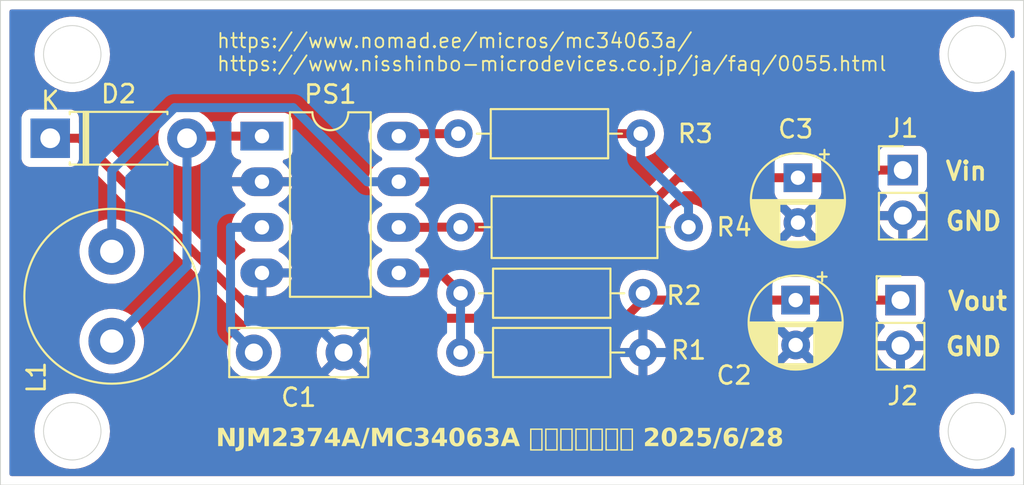
<source format=kicad_pcb>
(kicad_pcb (version 20240108) (generator "pcbnew") (generator_version "8.0")
  (layers (0 "F.Cu" signal) (31 "B.Cu" signal) (34 "B.Paste" user) (35 "F.Paste" user) (36 "B.SilkS" user "B.Silkscreen") (37 "F.SilkS" user "F.Silkscreen") (38 "B.Mask" user) (39 "F.Mask" user) (44 "Edge.Cuts" user))
  (net 0 "")
  (net 1 "Net-(PS1-CT)")
  (net 2 "GND")
  (net 3 "Vout")
  (net 4 "Vin")
  (net 5 "Net-(D2-A)")
  (net 6 "Net-(PS1-SI)")
  (net 7 "Net-(PS1-IN+)")
  (net 8 "Net-(PS1-CD)")
  (footprint "Inductor_THT:L_Radial_D9.5mm_P5.00mm_Fastron_07HVP" (layer "F.Cu") (at 92.202 93.98 90)
    (property "Reference" "L1" (at -2.02 -4.202 90) (layer "F.SilkS"))
    (property "Value" "98uH")
    (fp_circle (center 2.5 0) (end 7.37 0) (stroke (width 0.12)) (fill none) (layer "F.SilkS"))
    (pad "1" thru_hole circle (at 0 0 90) (size 2.6 2.6) (drill 1.3) (layers "*.Cu" "*.Mask") (net 5 "Net-(D2-A)"))
    (pad "2" thru_hole circle (at 5 0 90) (size 2.6 2.6) (drill 1.3) (layers "*.Cu" "*.Mask") (net 6 "Net-(PS1-SI)"))
  )
  (footprint "Resistor_THT:R_Axial_DIN0207_L6.3mm_D2.5mm_P10.16mm_Horizontal" (layer "F.Cu") (at 111.506 82.423)
    (property "Reference" "R3" (at 13.208 0 0) (layer "F.SilkS"))
    (property "Value" "180")
    (fp_line (start 1.04 0) (end 1.81 0) (stroke (width 0.12)) (layer "F.SilkS"))
    (fp_line (start 1.81 -1.37) (end 1.81 1.37) (stroke (width 0.12)) (layer "F.SilkS"))
    (fp_line (start 1.81 1.37) (end 8.35 1.37) (stroke (width 0.12)) (layer "F.SilkS"))
    (fp_line (start 8.35 -1.37) (end 1.81 -1.37) (stroke (width 0.12)) (layer "F.SilkS"))
    (fp_line (start 8.35 1.37) (end 8.35 -1.37) (stroke (width 0.12)) (layer "F.SilkS"))
    (fp_line (start 9.12 0) (end 8.35 0) (stroke (width 0.12)) (layer "F.SilkS"))
    (pad "1" thru_hole circle (at 0 0) (size 1.6 1.6) (drill 0.8) (layers "*.Cu" "*.Mask") (net 8 "Net-(PS1-CD)"))
    (pad "2" thru_hole oval (at 10.16 0) (size 1.6 1.6) (drill 0.8) (layers "*.Cu" "*.Mask") (net 6 "Net-(PS1-SI)"))
  )
  (footprint "Diode_THT:D_DO-41_SOD81_P7.62mm_Horizontal" (layer "F.Cu") (at 88.773 82.677)
    (property "Reference" "D2" (at 3.81 -2.47 0) (layer "F.SilkS"))
    (property "Value" "D_Schottky")
    (fp_line (start 1.09 -1.47) (end 6.53 -1.47) (stroke (width 0.12)) (layer "F.SilkS"))
    (fp_line (start 1.09 -1.34) (end 1.09 -1.47) (stroke (width 0.12)) (layer "F.SilkS"))
    (fp_line (start 1.09 1.34) (end 1.09 1.47) (stroke (width 0.12)) (layer "F.SilkS"))
    (fp_line (start 1.09 1.47) (end 6.53 1.47) (stroke (width 0.12)) (layer "F.SilkS"))
    (fp_line (start 1.87 -1.47) (end 1.87 1.47) (stroke (width 0.12)) (layer "F.SilkS"))
    (fp_line (start 1.99 -1.47) (end 1.99 1.47) (stroke (width 0.12)) (layer "F.SilkS"))
    (fp_line (start 2.11 -1.47) (end 2.11 1.47) (stroke (width 0.12)) (layer "F.SilkS"))
    (fp_line (start 6.53 -1.47) (end 6.53 -1.34) (stroke (width 0.12)) (layer "F.SilkS"))
    (fp_line (start 6.53 1.47) (end 6.53 1.34) (stroke (width 0.12)) (layer "F.SilkS"))
    (fp_text user "K" (at 0 -2.1 0) (layer "F.SilkS"))
    (pad "1" thru_hole rect (at 0 0) (size 2.2 2.2) (drill 1.1) (layers "*.Cu" "*.Mask") (net 3 "Vout"))
    (pad "2" thru_hole oval (at 7.62 0) (size 2.2 2.2) (drill 1.1) (layers "*.Cu" "*.Mask") (net 5 "Net-(D2-A)"))
  )
  (footprint "Capacitor_THT:CP_Radial_D5.0mm_P2.50mm" (layer "F.Cu") (at 130.429 84.876 -90)
    (property "Reference" "C3" (at -2.707 0.127 180) (layer "F.SilkS"))
    (property "Value" "100uF/25V")
    (fp_line (start 1.49 1.04) (end 1.49 2.569) (stroke (width 0.12)) (layer "F.SilkS"))
    (fp_line (start 1.53 1.04) (end 1.53 2.565) (stroke (width 0.12)) (layer "F.SilkS"))
    (fp_line (start 1.57 1.04) (end 1.57 2.561) (stroke (width 0.12)) (layer "F.SilkS"))
    (fp_line (start 1.61 1.04) (end 1.61 2.556) (stroke (width 0.12)) (layer "F.SilkS"))
    (fp_line (start 1.65 1.04) (end 1.65 2.55) (stroke (width 0.12)) (layer "F.SilkS"))
    (fp_line (start 1.69 1.04) (end 1.69 2.543) (stroke (width 0.12)) (layer "F.SilkS"))
    (fp_line (start 1.73 1.04) (end 1.73 2.536) (stroke (width 0.12)) (layer "F.SilkS"))
    (fp_line (start 1.77 1.04) (end 1.77 2.528) (stroke (width 0.12)) (layer "F.SilkS"))
    (fp_line (start 1.81 1.04) (end 1.81 2.52) (stroke (width 0.12)) (layer "F.SilkS"))
    (fp_line (start 1.85 1.04) (end 1.85 2.511) (stroke (width 0.12)) (layer "F.SilkS"))
    (fp_line (start 1.89 1.04) (end 1.89 2.501) (stroke (width 0.12)) (layer "F.SilkS"))
    (fp_line (start 1.93 1.04) (end 1.93 2.491) (stroke (width 0.12)) (layer "F.SilkS"))
    (fp_line (start 1.971 1.04) (end 1.971 2.48) (stroke (width 0.12)) (layer "F.SilkS"))
    (fp_line (start 2.011 1.04) (end 2.011 2.468) (stroke (width 0.12)) (layer "F.SilkS"))
    (fp_line (start 2.051 1.04) (end 2.051 2.455) (stroke (width 0.12)) (layer "F.SilkS"))
    (fp_line (start 2.091 1.04) (end 2.091 2.442) (stroke (width 0.12)) (layer "F.SilkS"))
    (fp_line (start 2.131 1.04) (end 2.131 2.428) (stroke (width 0.12)) (layer "F.SilkS"))
    (fp_line (start 2.171 1.04) (end 2.171 2.414) (stroke (width 0.12)) (layer "F.SilkS"))
    (fp_line (start 2.211 1.04) (end 2.211 2.398) (stroke (width 0.12)) (layer "F.SilkS"))
    (fp_line (start 2.251 1.04) (end 2.251 2.382) (stroke (width 0.12)) (layer "F.SilkS"))
    (fp_line (start 2.291 1.04) (end 2.291 2.365) (stroke (width 0.12)) (layer "F.SilkS"))
    (fp_line (start 2.331 1.04) (end 2.331 2.348) (stroke (width 0.12)) (layer "F.SilkS"))
    (fp_line (start 2.371 1.04) (end 2.371 2.329) (stroke (width 0.12)) (layer "F.SilkS"))
    (fp_line (start 2.411 1.04) (end 2.411 2.31) (stroke (width 0.12)) (layer "F.SilkS"))
    (fp_line (start 2.451 1.04) (end 2.451 2.29) (stroke (width 0.12)) (layer "F.SilkS"))
    (fp_line (start 2.491 1.04) (end 2.491 2.268) (stroke (width 0.12)) (layer "F.SilkS"))
    (fp_line (start 2.531 1.04) (end 2.531 2.247) (stroke (width 0.12)) (layer "F.SilkS"))
    (fp_line (start 2.571 1.04) (end 2.571 2.224) (stroke (width 0.12)) (layer "F.SilkS"))
    (fp_line (start 2.611 1.04) (end 2.611 2.2) (stroke (width 0.12)) (layer "F.SilkS"))
    (fp_line (start 2.651 1.04) (end 2.651 2.175) (stroke (width 0.12)) (layer "F.SilkS"))
    (fp_line (start 2.691 1.04) (end 2.691 2.149) (stroke (width 0.12)) (layer "F.SilkS"))
    (fp_line (start 2.731 1.04) (end 2.731 2.122) (stroke (width 0.12)) (layer "F.SilkS"))
    (fp_line (start 2.771 1.04) (end 2.771 2.095) (stroke (width 0.12)) (layer "F.SilkS"))
    (fp_line (start 2.811 1.04) (end 2.811 2.065) (stroke (width 0.12)) (layer "F.SilkS"))
    (fp_line (start 2.851 1.04) (end 2.851 2.035) (stroke (width 0.12)) (layer "F.SilkS"))
    (fp_line (start 2.891 1.04) (end 2.891 2.004) (stroke (width 0.12)) (layer "F.SilkS"))
    (fp_line (start 2.931 1.04) (end 2.931 1.971) (stroke (width 0.12)) (layer "F.SilkS"))
    (fp_line (start 2.971 1.04) (end 2.971 1.937) (stroke (width 0.12)) (layer "F.SilkS"))
    (fp_line (start 3.011 1.04) (end 3.011 1.901) (stroke (width 0.12)) (layer "F.SilkS"))
    (fp_line (start 3.051 1.04) (end 3.051 1.864) (stroke (width 0.12)) (layer "F.SilkS"))
    (fp_line (start 3.091 1.04) (end 3.091 1.826) (stroke (width 0.12)) (layer "F.SilkS"))
    (fp_line (start 3.131 1.04) (end 3.131 1.785) (stroke (width 0.12)) (layer "F.SilkS"))
    (fp_line (start 3.171 1.04) (end 3.171 1.743) (stroke (width 0.12)) (layer "F.SilkS"))
    (fp_line (start 3.211 1.04) (end 3.211 1.699) (stroke (width 0.12)) (layer "F.SilkS"))
    (fp_line (start 3.251 1.04) (end 3.251 1.653) (stroke (width 0.12)) (layer "F.SilkS"))
    (fp_line (start 3.291 1.04) (end 3.291 1.605) (stroke (width 0.12)) (layer "F.SilkS"))
    (fp_line (start 3.331 1.04) (end 3.331 1.554) (stroke (width 0.12)) (layer "F.SilkS"))
    (fp_line (start 3.371 1.04) (end 3.371 1.5) (stroke (width 0.12)) (layer "F.SilkS"))
    (fp_line (start 3.411 1.04) (end 3.411 1.443) (stroke (width 0.12)) (layer "F.SilkS"))
    (fp_line (start 3.451 1.04) (end 3.451 1.383) (stroke (width 0.12)) (layer "F.SilkS"))
    (fp_line (start 3.491 1.04) (end 3.491 1.319) (stroke (width 0.12)) (layer "F.SilkS"))
    (fp_line (start 3.531 1.04) (end 3.531 1.251) (stroke (width 0.12)) (layer "F.SilkS"))
    (fp_line (start 3.851 -0.284) (end 3.851 0.284) (stroke (width 0.12)) (layer "F.SilkS"))
    (fp_line (start 3.811 -0.518) (end 3.811 0.518) (stroke (width 0.12)) (layer "F.SilkS"))
    (fp_line (start 3.771 -0.677) (end 3.771 0.677) (stroke (width 0.12)) (layer "F.SilkS"))
    (fp_line (start 3.731 -0.805) (end 3.731 0.805) (stroke (width 0.12)) (layer "F.SilkS"))
    (fp_line (start 3.691 -0.915) (end 3.691 0.915) (stroke (width 0.12)) (layer "F.SilkS"))
    (fp_line (start 3.651 -1.011) (end 3.651 1.011) (stroke (width 0.12)) (layer "F.SilkS"))
    (fp_line (start 3.611 -1.098) (end 3.611 1.098) (stroke (width 0.12)) (layer "F.SilkS"))
    (fp_line (start 3.571 -1.178) (end 3.571 1.178) (stroke (width 0.12)) (layer "F.SilkS"))
    (fp_line (start 3.531 -1.251) (end 3.531 -1.04) (stroke (width 0.12)) (layer "F.SilkS"))
    (fp_line (start 3.491 -1.319) (end 3.491 -1.04) (stroke (width 0.12)) (layer "F.SilkS"))
    (fp_line (start 3.451 -1.383) (end 3.451 -1.04) (stroke (width 0.12)) (layer "F.SilkS"))
    (fp_line (start 3.411 -1.443) (end 3.411 -1.04) (stroke (width 0.12)) (layer "F.SilkS"))
    (fp_line (start -1.554775 -1.475) (end -1.054775 -1.475) (stroke (width 0.12)) (layer "F.SilkS"))
    (fp_line (start 3.371 -1.5) (end 3.371 -1.04) (stroke (width 0.12)) (layer "F.SilkS"))
    (fp_line (start 3.331 -1.554) (end 3.331 -1.04) (stroke (width 0.12)) (layer "F.SilkS"))
    (fp_line (start 3.291 -1.605) (end 3.291 -1.04) (stroke (width 0.12)) (layer "F.SilkS"))
    (fp_line (start 3.251 -1.653) (end 3.251 -1.04) (stroke (width 0.12)) (layer "F.SilkS"))
    (fp_line (start 3.211 -1.699) (end 3.211 -1.04) (stroke (width 0.12)) (layer "F.SilkS"))
    (fp_line (start -1.304775 -1.725) (end -1.304775 -1.225) (stroke (width 0.12)) (layer "F.SilkS"))
    (fp_line (start 3.171 -1.743) (end 3.171 -1.04) (stroke (width 0.12)) (layer "F.SilkS"))
    (fp_line (start 3.131 -1.785) (end 3.131 -1.04) (stroke (width 0.12)) (layer "F.SilkS"))
    (fp_line (start 3.091 -1.826) (end 3.091 -1.04) (stroke (width 0.12)) (layer "F.SilkS"))
    (fp_line (start 3.051 -1.864) (end 3.051 -1.04) (stroke (width 0.12)) (layer "F.SilkS"))
    (fp_line (start 3.011 -1.901) (end 3.011 -1.04) (stroke (width 0.12)) (layer "F.SilkS"))
    (fp_line (start 2.971 -1.937) (end 2.971 -1.04) (stroke (width 0.12)) (layer "F.SilkS"))
    (fp_line (start 2.931 -1.971) (end 2.931 -1.04) (stroke (width 0.12)) (layer "F.SilkS"))
    (fp_line (start 2.891 -2.004) (end 2.891 -1.04) (stroke (width 0.12)) (layer "F.SilkS"))
    (fp_line (start 2.851 -2.035) (end 2.851 -1.04) (stroke (width 0.12)) (layer "F.SilkS"))
    (fp_line (start 2.811 -2.065) (end 2.811 -1.04) (stroke (width 0.12)) (layer "F.SilkS"))
    (fp_line (start 2.771 -2.095) (end 2.771 -1.04) (stroke (width 0.12)) (layer "F.SilkS"))
    (fp_line (start 2.731 -2.122) (end 2.731 -1.04) (stroke (width 0.12)) (layer "F.SilkS"))
    (fp_line (start 2.691 -2.149) (end 2.691 -1.04) (stroke (width 0.12)) (layer "F.SilkS"))
    (fp_line (start 2.651 -2.175) (end 2.651 -1.04) (stroke (width 0.12)) (layer "F.SilkS"))
    (fp_line (start 2.611 -2.2) (end 2.611 -1.04) (stroke (width 0.12)) (layer "F.SilkS"))
    (fp_line (start 2.571 -2.224) (end 2.571 -1.04) (stroke (width 0.12)) (layer "F.SilkS"))
    (fp_line (start 2.531 -2.247) (end 2.531 -1.04) (stroke (width 0.12)) (layer "F.SilkS"))
    (fp_line (start 2.491 -2.268) (end 2.491 -1.04) (stroke (width 0.12)) (layer "F.SilkS"))
    (fp_line (start 2.451 -2.29) (end 2.451 -1.04) (stroke (width 0.12)) (layer "F.SilkS"))
    (fp_line (start 2.411 -2.31) (end 2.411 -1.04) (stroke (width 0.12)) (layer "F.SilkS"))
    (fp_line (start 2.371 -2.329) (end 2.371 -1.04) (stroke (width 0.12)) (layer "F.SilkS"))
    (fp_line (start 2.331 -2.348) (end 2.331 -1.04) (stroke (width 0.12)) (layer "F.SilkS"))
    (fp_line (start 2.291 -2.365) (end 2.291 -1.04) (stroke (width 0.12)) (layer "F.SilkS"))
    (fp_line (start 2.251 -2.382) (end 2.251 -1.04) (stroke (width 0.12)) (layer "F.SilkS"))
    (fp_line (start 2.211 -2.398) (end 2.211 -1.04) (stroke (width 0.12)) (layer "F.SilkS"))
    (fp_line (start 2.171 -2.414) (end 2.171 -1.04) (stroke (width 0.12)) (layer "F.SilkS"))
    (fp_line (start 2.131 -2.428) (end 2.131 -1.04) (stroke (width 0.12)) (layer "F.SilkS"))
    (fp_line (start 2.091 -2.442) (end 2.091 -1.04) (stroke (width 0.12)) (layer "F.SilkS"))
    (fp_line (start 2.051 -2.455) (end 2.051 -1.04) (stroke (width 0.12)) (layer "F.SilkS"))
    (fp_line (start 2.011 -2.468) (end 2.011 -1.04) (stroke (width 0.12)) (layer "F.SilkS"))
    (fp_line (start 1.971 -2.48) (end 1.971 -1.04) (stroke (width 0.12)) (layer "F.SilkS"))
    (fp_line (start 1.93 -2.491) (end 1.93 -1.04) (stroke (width 0.12)) (layer "F.SilkS"))
    (fp_line (start 1.89 -2.501) (end 1.89 -1.04) (stroke (width 0.12)) (layer "F.SilkS"))
    (fp_line (start 1.85 -2.511) (end 1.85 -1.04) (stroke (width 0.12)) (layer "F.SilkS"))
    (fp_line (start 1.81 -2.52) (end 1.81 -1.04) (stroke (width 0.12)) (layer "F.SilkS"))
    (fp_line (start 1.77 -2.528) (end 1.77 -1.04) (stroke (width 0.12)) (layer "F.SilkS"))
    (fp_line (start 1.73 -2.536) (end 1.73 -1.04) (stroke (width 0.12)) (layer "F.SilkS"))
    (fp_line (start 1.69 -2.543) (end 1.69 -1.04) (stroke (width 0.12)) (layer "F.SilkS"))
    (fp_line (start 1.65 -2.55) (end 1.65 -1.04) (stroke (width 0.12)) (layer "F.SilkS"))
    (fp_line (start 1.61 -2.556) (end 1.61 -1.04) (stroke (width 0.12)) (layer "F.SilkS"))
    (fp_line (start 1.57 -2.561) (end 1.57 -1.04) (stroke (width 0.12)) (layer "F.SilkS"))
    (fp_line (start 1.53 -2.565) (end 1.53 -1.04) (stroke (width 0.12)) (layer "F.SilkS"))
    (fp_line (start 1.49 -2.569) (end 1.49 -1.04) (stroke (width 0.12)) (layer "F.SilkS"))
    (fp_line (start 1.45 -2.573) (end 1.45 2.573) (stroke (width 0.12)) (layer "F.SilkS"))
    (fp_line (start 1.41 -2.576) (end 1.41 2.576) (stroke (width 0.12)) (layer "F.SilkS"))
    (fp_line (start 1.37 -2.578) (end 1.37 2.578) (stroke (width 0.12)) (layer "F.SilkS"))
    (fp_line (start 1.33 -2.579) (end 1.33 2.579) (stroke (width 0.12)) (layer "F.SilkS"))
    (fp_line (start 1.25 -2.58) (end 1.25 2.58) (stroke (width 0.12)) (layer "F.SilkS"))
    (fp_line (start 1.29 -2.58) (end 1.29 2.58) (stroke (width 0.12)) (layer "F.SilkS"))
    (fp_circle (center 1.25 0) (end 3.87 0) (stroke (width 0.12)) (fill none) (layer "F.SilkS"))
    (pad "1" thru_hole rect (at 0 0 270) (size 1.6 1.6) (drill 0.8) (layers "*.Cu" "*.Mask") (net 4 "Vin"))
    (pad "2" thru_hole circle (at 2.5 0 270) (size 1.6 1.6) (drill 0.8) (layers "*.Cu" "*.Mask") (net 2 "GND"))
  )
  (footprint "Capacitor_THT:CP_Radial_D5.0mm_P2.50mm" (layer "F.Cu") (at 130.302 91.694 -90)
    (property "Reference" "C2" (at 4.191 3.429 180) (layer "F.SilkS"))
    (property "Value" "Co_1000uF/25V")
    (fp_line (start 1.49 1.04) (end 1.49 2.569) (stroke (width 0.12)) (layer "F.SilkS"))
    (fp_line (start 1.53 1.04) (end 1.53 2.565) (stroke (width 0.12)) (layer "F.SilkS"))
    (fp_line (start 1.57 1.04) (end 1.57 2.561) (stroke (width 0.12)) (layer "F.SilkS"))
    (fp_line (start 1.61 1.04) (end 1.61 2.556) (stroke (width 0.12)) (layer "F.SilkS"))
    (fp_line (start 1.65 1.04) (end 1.65 2.55) (stroke (width 0.12)) (layer "F.SilkS"))
    (fp_line (start 1.69 1.04) (end 1.69 2.543) (stroke (width 0.12)) (layer "F.SilkS"))
    (fp_line (start 1.73 1.04) (end 1.73 2.536) (stroke (width 0.12)) (layer "F.SilkS"))
    (fp_line (start 1.77 1.04) (end 1.77 2.528) (stroke (width 0.12)) (layer "F.SilkS"))
    (fp_line (start 1.81 1.04) (end 1.81 2.52) (stroke (width 0.12)) (layer "F.SilkS"))
    (fp_line (start 1.85 1.04) (end 1.85 2.511) (stroke (width 0.12)) (layer "F.SilkS"))
    (fp_line (start 1.89 1.04) (end 1.89 2.501) (stroke (width 0.12)) (layer "F.SilkS"))
    (fp_line (start 1.93 1.04) (end 1.93 2.491) (stroke (width 0.12)) (layer "F.SilkS"))
    (fp_line (start 1.971 1.04) (end 1.971 2.48) (stroke (width 0.12)) (layer "F.SilkS"))
    (fp_line (start 2.011 1.04) (end 2.011 2.468) (stroke (width 0.12)) (layer "F.SilkS"))
    (fp_line (start 2.051 1.04) (end 2.051 2.455) (stroke (width 0.12)) (layer "F.SilkS"))
    (fp_line (start 2.091 1.04) (end 2.091 2.442) (stroke (width 0.12)) (layer "F.SilkS"))
    (fp_line (start 2.131 1.04) (end 2.131 2.428) (stroke (width 0.12)) (layer "F.SilkS"))
    (fp_line (start 2.171 1.04) (end 2.171 2.414) (stroke (width 0.12)) (layer "F.SilkS"))
    (fp_line (start 2.211 1.04) (end 2.211 2.398) (stroke (width 0.12)) (layer "F.SilkS"))
    (fp_line (start 2.251 1.04) (end 2.251 2.382) (stroke (width 0.12)) (layer "F.SilkS"))
    (fp_line (start 2.291 1.04) (end 2.291 2.365) (stroke (width 0.12)) (layer "F.SilkS"))
    (fp_line (start 2.331 1.04) (end 2.331 2.348) (stroke (width 0.12)) (layer "F.SilkS"))
    (fp_line (start 2.371 1.04) (end 2.371 2.329) (stroke (width 0.12)) (layer "F.SilkS"))
    (fp_line (start 2.411 1.04) (end 2.411 2.31) (stroke (width 0.12)) (layer "F.SilkS"))
    (fp_line (start 2.451 1.04) (end 2.451 2.29) (stroke (width 0.12)) (layer "F.SilkS"))
    (fp_line (start 2.491 1.04) (end 2.491 2.268) (stroke (width 0.12)) (layer "F.SilkS"))
    (fp_line (start 2.531 1.04) (end 2.531 2.247) (stroke (width 0.12)) (layer "F.SilkS"))
    (fp_line (start 2.571 1.04) (end 2.571 2.224) (stroke (width 0.12)) (layer "F.SilkS"))
    (fp_line (start 2.611 1.04) (end 2.611 2.2) (stroke (width 0.12)) (layer "F.SilkS"))
    (fp_line (start 2.651 1.04) (end 2.651 2.175) (stroke (width 0.12)) (layer "F.SilkS"))
    (fp_line (start 2.691 1.04) (end 2.691 2.149) (stroke (width 0.12)) (layer "F.SilkS"))
    (fp_line (start 2.731 1.04) (end 2.731 2.122) (stroke (width 0.12)) (layer "F.SilkS"))
    (fp_line (start 2.771 1.04) (end 2.771 2.095) (stroke (width 0.12)) (layer "F.SilkS"))
    (fp_line (start 2.811 1.04) (end 2.811 2.065) (stroke (width 0.12)) (layer "F.SilkS"))
    (fp_line (start 2.851 1.04) (end 2.851 2.035) (stroke (width 0.12)) (layer "F.SilkS"))
    (fp_line (start 2.891 1.04) (end 2.891 2.004) (stroke (width 0.12)) (layer "F.SilkS"))
    (fp_line (start 2.931 1.04) (end 2.931 1.971) (stroke (width 0.12)) (layer "F.SilkS"))
    (fp_line (start 2.971 1.04) (end 2.971 1.937) (stroke (width 0.12)) (layer "F.SilkS"))
    (fp_line (start 3.011 1.04) (end 3.011 1.901) (stroke (width 0.12)) (layer "F.SilkS"))
    (fp_line (start 3.051 1.04) (end 3.051 1.864) (stroke (width 0.12)) (layer "F.SilkS"))
    (fp_line (start 3.091 1.04) (end 3.091 1.826) (stroke (width 0.12)) (layer "F.SilkS"))
    (fp_line (start 3.131 1.04) (end 3.131 1.785) (stroke (width 0.12)) (layer "F.SilkS"))
    (fp_line (start 3.171 1.04) (end 3.171 1.743) (stroke (width 0.12)) (layer "F.SilkS"))
    (fp_line (start 3.211 1.04) (end 3.211 1.699) (stroke (width 0.12)) (layer "F.SilkS"))
    (fp_line (start 3.251 1.04) (end 3.251 1.653) (stroke (width 0.12)) (layer "F.SilkS"))
    (fp_line (start 3.291 1.04) (end 3.291 1.605) (stroke (width 0.12)) (layer "F.SilkS"))
    (fp_line (start 3.331 1.04) (end 3.331 1.554) (stroke (width 0.12)) (layer "F.SilkS"))
    (fp_line (start 3.371 1.04) (end 3.371 1.5) (stroke (width 0.12)) (layer "F.SilkS"))
    (fp_line (start 3.411 1.04) (end 3.411 1.443) (stroke (width 0.12)) (layer "F.SilkS"))
    (fp_line (start 3.451 1.04) (end 3.451 1.383) (stroke (width 0.12)) (layer "F.SilkS"))
    (fp_line (start 3.491 1.04) (end 3.491 1.319) (stroke (width 0.12)) (layer "F.SilkS"))
    (fp_line (start 3.531 1.04) (end 3.531 1.251) (stroke (width 0.12)) (layer "F.SilkS"))
    (fp_line (start 3.851 -0.284) (end 3.851 0.284) (stroke (width 0.12)) (layer "F.SilkS"))
    (fp_line (start 3.811 -0.518) (end 3.811 0.518) (stroke (width 0.12)) (layer "F.SilkS"))
    (fp_line (start 3.771 -0.677) (end 3.771 0.677) (stroke (width 0.12)) (layer "F.SilkS"))
    (fp_line (start 3.731 -0.805) (end 3.731 0.805) (stroke (width 0.12)) (layer "F.SilkS"))
    (fp_line (start 3.691 -0.915) (end 3.691 0.915) (stroke (width 0.12)) (layer "F.SilkS"))
    (fp_line (start 3.651 -1.011) (end 3.651 1.011) (stroke (width 0.12)) (layer "F.SilkS"))
    (fp_line (start 3.611 -1.098) (end 3.611 1.098) (stroke (width 0.12)) (layer "F.SilkS"))
    (fp_line (start 3.571 -1.178) (end 3.571 1.178) (stroke (width 0.12)) (layer "F.SilkS"))
    (fp_line (start 3.531 -1.251) (end 3.531 -1.04) (stroke (width 0.12)) (layer "F.SilkS"))
    (fp_line (start 3.491 -1.319) (end 3.491 -1.04) (stroke (width 0.12)) (layer "F.SilkS"))
    (fp_line (start 3.451 -1.383) (end 3.451 -1.04) (stroke (width 0.12)) (layer "F.SilkS"))
    (fp_line (start 3.411 -1.443) (end 3.411 -1.04) (stroke (width 0.12)) (layer "F.SilkS"))
    (fp_line (start -1.554775 -1.475) (end -1.054775 -1.475) (stroke (width 0.12)) (layer "F.SilkS"))
    (fp_line (start 3.371 -1.5) (end 3.371 -1.04) (stroke (width 0.12)) (layer "F.SilkS"))
    (fp_line (start 3.331 -1.554) (end 3.331 -1.04) (stroke (width 0.12)) (layer "F.SilkS"))
    (fp_line (start 3.291 -1.605) (end 3.291 -1.04) (stroke (width 0.12)) (layer "F.SilkS"))
    (fp_line (start 3.251 -1.653) (end 3.251 -1.04) (stroke (width 0.12)) (layer "F.SilkS"))
    (fp_line (start 3.211 -1.699) (end 3.211 -1.04) (stroke (width 0.12)) (layer "F.SilkS"))
    (fp_line (start -1.304775 -1.725) (end -1.304775 -1.225) (stroke (width 0.12)) (layer "F.SilkS"))
    (fp_line (start 3.171 -1.743) (end 3.171 -1.04) (stroke (width 0.12)) (layer "F.SilkS"))
    (fp_line (start 3.131 -1.785) (end 3.131 -1.04) (stroke (width 0.12)) (layer "F.SilkS"))
    (fp_line (start 3.091 -1.826) (end 3.091 -1.04) (stroke (width 0.12)) (layer "F.SilkS"))
    (fp_line (start 3.051 -1.864) (end 3.051 -1.04) (stroke (width 0.12)) (layer "F.SilkS"))
    (fp_line (start 3.011 -1.901) (end 3.011 -1.04) (stroke (width 0.12)) (layer "F.SilkS"))
    (fp_line (start 2.971 -1.937) (end 2.971 -1.04) (stroke (width 0.12)) (layer "F.SilkS"))
    (fp_line (start 2.931 -1.971) (end 2.931 -1.04) (stroke (width 0.12)) (layer "F.SilkS"))
    (fp_line (start 2.891 -2.004) (end 2.891 -1.04) (stroke (width 0.12)) (layer "F.SilkS"))
    (fp_line (start 2.851 -2.035) (end 2.851 -1.04) (stroke (width 0.12)) (layer "F.SilkS"))
    (fp_line (start 2.811 -2.065) (end 2.811 -1.04) (stroke (width 0.12)) (layer "F.SilkS"))
    (fp_line (start 2.771 -2.095) (end 2.771 -1.04) (stroke (width 0.12)) (layer "F.SilkS"))
    (fp_line (start 2.731 -2.122) (end 2.731 -1.04) (stroke (width 0.12)) (layer "F.SilkS"))
    (fp_line (start 2.691 -2.149) (end 2.691 -1.04) (stroke (width 0.12)) (layer "F.SilkS"))
    (fp_line (start 2.651 -2.175) (end 2.651 -1.04) (stroke (width 0.12)) (layer "F.SilkS"))
    (fp_line (start 2.611 -2.2) (end 2.611 -1.04) (stroke (width 0.12)) (layer "F.SilkS"))
    (fp_line (start 2.571 -2.224) (end 2.571 -1.04) (stroke (width 0.12)) (layer "F.SilkS"))
    (fp_line (start 2.531 -2.247) (end 2.531 -1.04) (stroke (width 0.12)) (layer "F.SilkS"))
    (fp_line (start 2.491 -2.268) (end 2.491 -1.04) (stroke (width 0.12)) (layer "F.SilkS"))
    (fp_line (start 2.451 -2.29) (end 2.451 -1.04) (stroke (width 0.12)) (layer "F.SilkS"))
    (fp_line (start 2.411 -2.31) (end 2.411 -1.04) (stroke (width 0.12)) (layer "F.SilkS"))
    (fp_line (start 2.371 -2.329) (end 2.371 -1.04) (stroke (width 0.12)) (layer "F.SilkS"))
    (fp_line (start 2.331 -2.348) (end 2.331 -1.04) (stroke (width 0.12)) (layer "F.SilkS"))
    (fp_line (start 2.291 -2.365) (end 2.291 -1.04) (stroke (width 0.12)) (layer "F.SilkS"))
    (fp_line (start 2.251 -2.382) (end 2.251 -1.04) (stroke (width 0.12)) (layer "F.SilkS"))
    (fp_line (start 2.211 -2.398) (end 2.211 -1.04) (stroke (width 0.12)) (layer "F.SilkS"))
    (fp_line (start 2.171 -2.414) (end 2.171 -1.04) (stroke (width 0.12)) (layer "F.SilkS"))
    (fp_line (start 2.131 -2.428) (end 2.131 -1.04) (stroke (width 0.12)) (layer "F.SilkS"))
    (fp_line (start 2.091 -2.442) (end 2.091 -1.04) (stroke (width 0.12)) (layer "F.SilkS"))
    (fp_line (start 2.051 -2.455) (end 2.051 -1.04) (stroke (width 0.12)) (layer "F.SilkS"))
    (fp_line (start 2.011 -2.468) (end 2.011 -1.04) (stroke (width 0.12)) (layer "F.SilkS"))
    (fp_line (start 1.971 -2.48) (end 1.971 -1.04) (stroke (width 0.12)) (layer "F.SilkS"))
    (fp_line (start 1.93 -2.491) (end 1.93 -1.04) (stroke (width 0.12)) (layer "F.SilkS"))
    (fp_line (start 1.89 -2.501) (end 1.89 -1.04) (stroke (width 0.12)) (layer "F.SilkS"))
    (fp_line (start 1.85 -2.511) (end 1.85 -1.04) (stroke (width 0.12)) (layer "F.SilkS"))
    (fp_line (start 1.81 -2.52) (end 1.81 -1.04) (stroke (width 0.12)) (layer "F.SilkS"))
    (fp_line (start 1.77 -2.528) (end 1.77 -1.04) (stroke (width 0.12)) (layer "F.SilkS"))
    (fp_line (start 1.73 -2.536) (end 1.73 -1.04) (stroke (width 0.12)) (layer "F.SilkS"))
    (fp_line (start 1.69 -2.543) (end 1.69 -1.04) (stroke (width 0.12)) (layer "F.SilkS"))
    (fp_line (start 1.65 -2.55) (end 1.65 -1.04) (stroke (width 0.12)) (layer "F.SilkS"))
    (fp_line (start 1.61 -2.556) (end 1.61 -1.04) (stroke (width 0.12)) (layer "F.SilkS"))
    (fp_line (start 1.57 -2.561) (end 1.57 -1.04) (stroke (width 0.12)) (layer "F.SilkS"))
    (fp_line (start 1.53 -2.565) (end 1.53 -1.04) (stroke (width 0.12)) (layer "F.SilkS"))
    (fp_line (start 1.49 -2.569) (end 1.49 -1.04) (stroke (width 0.12)) (layer "F.SilkS"))
    (fp_line (start 1.45 -2.573) (end 1.45 2.573) (stroke (width 0.12)) (layer "F.SilkS"))
    (fp_line (start 1.41 -2.576) (end 1.41 2.576) (stroke (width 0.12)) (layer "F.SilkS"))
    (fp_line (start 1.37 -2.578) (end 1.37 2.578) (stroke (width 0.12)) (layer "F.SilkS"))
    (fp_line (start 1.33 -2.579) (end 1.33 2.579) (stroke (width 0.12)) (layer "F.SilkS"))
    (fp_line (start 1.25 -2.58) (end 1.25 2.58) (stroke (width 0.12)) (layer "F.SilkS"))
    (fp_line (start 1.29 -2.58) (end 1.29 2.58) (stroke (width 0.12)) (layer "F.SilkS"))
    (fp_circle (center 1.25 0) (end 3.87 0) (stroke (width 0.12)) (fill none) (layer "F.SilkS"))
    (pad "1" thru_hole rect (at 0 0 270) (size 1.6 1.6) (drill 0.8) (layers "*.Cu" "*.Mask") (net 3 "Vout"))
    (pad "2" thru_hole circle (at 2.5 0 270) (size 1.6 1.6) (drill 0.8) (layers "*.Cu" "*.Mask") (net 2 "GND"))
  )
  (footprint "Connector_PinHeader_2.54mm:PinHeader_1x02_P2.54mm_Vertical" (layer "F.Cu") (at 136.271 84.45)
    (property "Reference" "J1" (at 0 -2.33 0) (layer "F.SilkS"))
    (property "Value" "Conn_01x02")
    (fp_line (start -1.33 -1.33) (end 0 -1.33) (stroke (width 0.12)) (layer "F.SilkS"))
    (fp_line (start -1.33 0) (end -1.33 -1.33) (stroke (width 0.12)) (layer "F.SilkS"))
    (fp_line (start -1.33 1.27) (end -1.33 3.87) (stroke (width 0.12)) (layer "F.SilkS"))
    (fp_line (start -1.33 1.27) (end 1.33 1.27) (stroke (width 0.12)) (layer "F.SilkS"))
    (fp_line (start -1.33 3.87) (end 1.33 3.87) (stroke (width 0.12)) (layer "F.SilkS"))
    (fp_line (start 1.33 1.27) (end 1.33 3.87) (stroke (width 0.12)) (layer "F.SilkS"))
    (pad "1" thru_hole rect (at 0 0) (size 1.7 1.7) (drill 1) (layers "*.Cu" "*.Mask") (net 4 "Vin"))
    (pad "2" thru_hole oval (at 0 2.54) (size 1.7 1.7) (drill 1) (layers "*.Cu" "*.Mask") (net 2 "GND"))
  )
  (footprint "Resistor_THT:R_Axial_DIN0207_L6.3mm_D2.5mm_P10.16mm_Horizontal" (layer "F.Cu") (at 111.633 94.615)
    (property "Reference" "R1" (at 12.7 -0.127 0) (layer "F.SilkS"))
    (property "Value" "1.5K")
    (fp_line (start 1.04 0) (end 1.81 0) (stroke (width 0.12)) (layer "F.SilkS"))
    (fp_line (start 1.81 -1.37) (end 1.81 1.37) (stroke (width 0.12)) (layer "F.SilkS"))
    (fp_line (start 1.81 1.37) (end 8.35 1.37) (stroke (width 0.12)) (layer "F.SilkS"))
    (fp_line (start 8.35 -1.37) (end 1.81 -1.37) (stroke (width 0.12)) (layer "F.SilkS"))
    (fp_line (start 8.35 1.37) (end 8.35 -1.37) (stroke (width 0.12)) (layer "F.SilkS"))
    (fp_line (start 9.12 0) (end 8.35 0) (stroke (width 0.12)) (layer "F.SilkS"))
    (pad "1" thru_hole circle (at 0 0) (size 1.6 1.6) (drill 0.8) (layers "*.Cu" "*.Mask") (net 7 "Net-(PS1-IN+)"))
    (pad "2" thru_hole oval (at 10.16 0) (size 1.6 1.6) (drill 0.8) (layers "*.Cu" "*.Mask") (net 2 "GND"))
  )
  (footprint "Resistor_THT:R_Axial_DIN0309_L9.0mm_D3.2mm_P12.70mm_Horizontal" (layer "F.Cu") (at 124.333 87.63 180)
    (property "Reference" "R4" (at -2.54 0 0) (layer "F.SilkS"))
    (property "Value" "Rsc_1ohm/1W")
    (fp_line (start 11.66 0) (end 10.97 0) (stroke (width 0.12)) (layer "F.SilkS"))
    (fp_line (start 10.97 1.72) (end 10.97 -1.72) (stroke (width 0.12)) (layer "F.SilkS"))
    (fp_line (start 10.97 -1.72) (end 1.73 -1.72) (stroke (width 0.12)) (layer "F.SilkS"))
    (fp_line (start 1.73 1.72) (end 10.97 1.72) (stroke (width 0.12)) (layer "F.SilkS"))
    (fp_line (start 1.73 -1.72) (end 1.73 1.72) (stroke (width 0.12)) (layer "F.SilkS"))
    (fp_line (start 1.04 0) (end 1.73 0) (stroke (width 0.12)) (layer "F.SilkS"))
    (pad "1" thru_hole circle (at 0 0 180) (size 1.6 1.6) (drill 0.8) (layers "*.Cu" "*.Mask") (net 6 "Net-(PS1-SI)"))
    (pad "2" thru_hole oval (at 12.7 0 180) (size 1.6 1.6) (drill 0.8) (layers "*.Cu" "*.Mask") (net 4 "Vin"))
  )
  (footprint "Capacitor_THT:C_Disc_D7.5mm_W2.5mm_P5.00mm" (layer "F.Cu") (at 105.116 94.615 180)
    (property "Reference" "C1" (at 2.5 -2.5 0) (layer "F.SilkS"))
    (property "Value" "Ct_140pF")
    (fp_line (start 6.37 -1.37) (end 6.37 1.37) (stroke (width 0.12)) (layer "F.SilkS"))
    (fp_line (start -1.37 1.37) (end 6.37 1.37) (stroke (width 0.12)) (layer "F.SilkS"))
    (fp_line (start -1.37 -1.37) (end 6.37 -1.37) (stroke (width 0.12)) (layer "F.SilkS"))
    (fp_line (start -1.37 -1.37) (end -1.37 1.37) (stroke (width 0.12)) (layer "F.SilkS"))
    (pad "1" thru_hole circle (at 0 0 180) (size 2 2) (drill 1) (layers "*.Cu" "*.Mask") (net 2 "GND"))
    (pad "2" thru_hole circle (at 5 0 180) (size 2 2) (drill 1) (layers "*.Cu" "*.Mask") (net 1 "Net-(PS1-CT)"))
  )
  (footprint "Package_DIP:DIP-8_W7.62mm_LongPads" (layer "F.Cu") (at 100.569 82.56)
    (property "Reference" "PS1" (at 3.81 -2.33 0) (layer "F.SilkS"))
    (property "Value" "NJM2374AD")
    (fp_line (start 1.56 -1.33) (end 1.56 8.95) (stroke (width 0.12)) (layer "F.SilkS"))
    (fp_line (start 1.56 8.95) (end 6.06 8.95) (stroke (width 0.12)) (layer "F.SilkS"))
    (fp_line (start 2.81 -1.33) (end 1.56 -1.33) (stroke (width 0.12)) (layer "F.SilkS"))
    (fp_line (start 6.06 -1.33) (end 4.81 -1.33) (stroke (width 0.12)) (layer "F.SilkS"))
    (fp_line (start 6.06 8.95) (end 6.06 -1.33) (stroke (width 0.12)) (layer "F.SilkS"))
    (fp_arc (start 4.81 -1.33) (mid 3.81 -0.33) (end 2.81 -1.33) (stroke (width 0.12)) (layer "F.SilkS"))
    (pad "1" thru_hole rect (at 0 0) (size 2.4 1.6) (drill 0.8) (layers "*.Cu" "*.Mask") (net 5 "Net-(D2-A)"))
    (pad "2" thru_hole oval (at 0 2.54) (size 2.4 1.6) (drill 0.8) (layers "*.Cu" "*.Mask") (net 2 "GND"))
    (pad "3" thru_hole oval (at 0 5.08) (size 2.4 1.6) (drill 0.8) (layers "*.Cu" "*.Mask") (net 1 "Net-(PS1-CT)"))
    (pad "4" thru_hole oval (at 0 7.62) (size 2.4 1.6) (drill 0.8) (layers "*.Cu" "*.Mask") (net 2 "GND"))
    (pad "5" thru_hole oval (at 7.62 7.62) (size 2.4 1.6) (drill 0.8) (layers "*.Cu" "*.Mask") (net 7 "Net-(PS1-IN+)"))
    (pad "6" thru_hole oval (at 7.62 5.08) (size 2.4 1.6) (drill 0.8) (layers "*.Cu" "*.Mask") (net 4 "Vin"))
    (pad "7" thru_hole oval (at 7.62 2.54) (size 2.4 1.6) (drill 0.8) (layers "*.Cu" "*.Mask") (net 6 "Net-(PS1-SI)"))
    (pad "8" thru_hole oval (at 7.62 0) (size 2.4 1.6) (drill 0.8) (layers "*.Cu" "*.Mask") (net 8 "Net-(PS1-CD)"))
  )
  (footprint "Resistor_THT:R_Axial_DIN0207_L6.3mm_D2.5mm_P10.16mm_Horizontal" (layer "F.Cu") (at 121.793 91.313 180)
    (property "Reference" "R2" (at -2.286 -0.127 0) (layer "F.SilkS"))
    (property "Value" "13K")
    (fp_line (start 9.12 0) (end 8.35 0) (stroke (width 0.12)) (layer "F.SilkS"))
    (fp_line (start 8.35 1.37) (end 8.35 -1.37) (stroke (width 0.12)) (layer "F.SilkS"))
    (fp_line (start 8.35 -1.37) (end 1.81 -1.37) (stroke (width 0.12)) (layer "F.SilkS"))
    (fp_line (start 1.81 1.37) (end 8.35 1.37) (stroke (width 0.12)) (layer "F.SilkS"))
    (fp_line (start 1.81 -1.37) (end 1.81 1.37) (stroke (width 0.12)) (layer "F.SilkS"))
    (fp_line (start 1.04 0) (end 1.81 0) (stroke (width 0.12)) (layer "F.SilkS"))
    (pad "1" thru_hole circle (at 0 0 180) (size 1.6 1.6) (drill 0.8) (layers "*.Cu" "*.Mask") (net 3 "Vout"))
    (pad "2" thru_hole oval (at 10.16 0 180) (size 1.6 1.6) (drill 0.8) (layers "*.Cu" "*.Mask") (net 7 "Net-(PS1-IN+)"))
  )
  (footprint "Connector_PinHeader_2.54mm:PinHeader_1x02_P2.54mm_Vertical" (layer "F.Cu") (at 136.144 91.694)
    (property "Reference" "J2" (at 0.127 5.339 0) (layer "F.SilkS"))
    (property "Value" "Conn_01x02")
    (fp_line (start -1.33 -1.33) (end 0 -1.33) (stroke (width 0.12)) (layer "F.SilkS"))
    (fp_line (start -1.33 0) (end -1.33 -1.33) (stroke (width 0.12)) (layer "F.SilkS"))
    (fp_line (start -1.33 1.27) (end -1.33 3.87) (stroke (width 0.12)) (layer "F.SilkS"))
    (fp_line (start -1.33 1.27) (end 1.33 1.27) (stroke (width 0.12)) (layer "F.SilkS"))
    (fp_line (start -1.33 3.87) (end 1.33 3.87) (stroke (width 0.12)) (layer "F.SilkS"))
    (fp_line (start 1.33 1.27) (end 1.33 3.87) (stroke (width 0.12)) (layer "F.SilkS"))
    (pad "1" thru_hole rect (at 0 0) (size 1.7 1.7) (drill 1) (layers "*.Cu" "*.Mask") (net 3 "Vout"))
    (pad "2" thru_hole oval (at 0 2.54) (size 1.7 1.7) (drill 1) (layers "*.Cu" "*.Mask") (net 2 "GND"))
  )
  (gr_circle (center 140.4 78) (end 142 78) (stroke (width 0.05)) (fill none) (layer "Edge.Cuts"))
  (gr_circle (center 90 78) (end 91.6 78) (stroke (width 0.05)) (fill none) (layer "Edge.Cuts"))
  (gr_line (start 86 75) (end 143 75) (stroke (width 0.05)) (layer "Edge.Cuts"))
  (gr_line (start 143 75) (end 143 102) (stroke (width 0.05)) (layer "Edge.Cuts"))
  (gr_line (start 86 102) (end 86 75) (stroke (width 0.05)) (layer "Edge.Cuts"))
  (gr_line (start 143 102) (end 86 102) (stroke (width 0.05)) (layer "Edge.Cuts"))
  (gr_circle (center 140.4 99) (end 142 99) (stroke (width 0.05)) (fill none) (layer "Edge.Cuts"))
  (gr_circle (center 90 99) (end 91.6 99) (stroke (width 0.05)) (fill none) (layer "Edge.Cuts"))
  (gr_text "GND" (at 138.557 87.884 0) (layer "F.SilkS") (effects (font (size 1 1) (thickness 0.2) (bold yes)) (justify left bottom)))
  (gr_text "https://www.nomad.ee/micros/mc34063a/\nhttps://www.nisshinbo-microdevices.co.jp/ja/faq/0055.html" (at 98 79 0) (layer "F.SilkS") (effects (font (size 0.8 0.8) (thickness 0.1)) (justify left bottom)))
  (gr_text "NJM2374A/MC34063A 昇圧回路ボード 2025/6/28" (at 98 100 0) (layer "F.SilkS") (effects (font (size 1 1) (thickness 0.25) (bold yes)) (justify left bottom)))
  (gr_text "GND" (at 138.557 94.869 0) (layer "F.SilkS") (effects (font (size 1 1) (thickness 0.2) (bold yes)) (justify left bottom)))
  (gr_text "Vout" (at 138.684 92.329 0) (layer "F.SilkS") (effects (font (size 1 1) (thickness 0.2) (bold yes)) (justify left bottom)))
  (gr_text "Vin" (at 138.557 85.09 0) (layer "F.SilkS") (effects (font (size 1 1) (thickness 0.2) (bold yes)) (justify left bottom)))
  (segment (start 100.116 94.615) (end 98.8173 93.3163) (width 0.5) (layer "B.Cu") (net 1))
  (segment (start 98.8173 93.3163) (end 98.8173 87.64) (width 0.5) (layer "B.Cu") (net 1))
  (segment (start 100.569 87.64) (end 98.8173 87.64) (width 0.5) (layer "B.Cu") (net 1))
  (segment (start 90.4247 82.677) (end 100.4537 92.706) (width 0.5) (layer "F.Cu") (net 3))
  (segment (start 130.302 91.694) (end 136.144 91.694) (width 0.5) (layer "F.Cu") (net 3))
  (segment (start 130.302 91.694) (end 128.9503 91.694) (width 0.5) (layer "F.Cu") (net 3))
  (segment (start 100.4537 92.706) (end 120.781 92.706) (width 0.5) (layer "F.Cu") (net 3))
  (segment (start 121.793 91.694) (end 121.793 91.313) (width 0.5) (layer "F.Cu") (net 3))
  (segment (start 88.773 82.677) (end 90.4247 82.677) (width 0.5) (layer "F.Cu") (net 3))
  (segment (start 121.793 91.694) (end 128.9503 91.694) (width 0.5) (layer "F.Cu") (net 3))
  (segment (start 120.781 92.706) (end 121.793 91.694) (width 0.5) (layer "F.Cu") (net 3))
  (segment (start 120.976 87.63) (end 123.73 84.876) (width 0.5) (layer "F.Cu") (net 4))
  (segment (start 109.9507 87.63) (end 111.633 87.63) (width 0.5) (layer "F.Cu") (net 4))
  (segment (start 123.73 84.876) (end 130.429 84.876) (width 0.5) (layer "F.Cu") (net 4))
  (segment (start 136.271 84.45) (end 134.8693 84.45) (width 0.5) (layer "F.Cu") (net 4))
  (segment (start 130.429 84.876) (end 134.4433 84.876) (width 0.5) (layer "F.Cu") (net 4))
  (segment (start 108.189 87.64) (end 109.9407 87.64) (width 0.5) (layer "F.Cu") (net 4))
  (segment (start 109.9407 87.64) (end 109.9507 87.63) (width 0.5) (layer "F.Cu") (net 4))
  (segment (start 111.633 87.63) (end 120.976 87.63) (width 0.5) (layer "F.Cu") (net 4))
  (segment (start 134.4433 84.876) (end 134.8693 84.45) (width 0.5) (layer "F.Cu") (net 4))
  (segment (start 96.51 82.56) (end 96.393 82.677) (width 0.5) (layer "F.Cu") (net 5))
  (segment (start 100.569 82.56) (end 96.51 82.56) (width 0.5) (layer "F.Cu") (net 5))
  (segment (start 96.393 89.789) (end 92.202 93.98) (width 0.5) (layer "B.Cu") (net 5))
  (segment (start 96.393 82.677) (end 96.393 89.789) (width 0.5) (layer "B.Cu") (net 5))
  (segment (start 121.666 82.423) (end 120.3143 82.423) (width 0.5) (layer "F.Cu") (net 6))
  (segment (start 108.189 85.1) (end 117.6373 85.1) (width 0.5) (layer "F.Cu") (net 6))
  (segment (start 117.6373 85.1) (end 120.3143 82.423) (width 0.5) (layer "F.Cu") (net 6))
  (segment (start 95.7027 80.9725) (end 102.3098 80.9725) (width 0.5) (layer "B.Cu") (net 6))
  (segment (start 102.3098 80.9725) (end 106.4373 85.1) (width 0.5) (layer "B.Cu") (net 6))
  (segment (start 92.202 84.4732) (end 95.7027 80.9725) (width 0.5) (layer "B.Cu") (net 6))
  (segment (start 121.666 82.423) (end 121.666 83.7747) (width 0.5) (layer "B.Cu") (net 6))
  (segment (start 124.333 86.4417) (end 124.333 87.63) (width 0.5) (layer "B.Cu") (net 6))
  (segment (start 121.666 83.7747) (end 124.333 86.4417) (width 0.5) (layer "B.Cu") (net 6))
  (segment (start 108.189 85.1) (end 106.4373 85.1) (width 0.5) (layer "B.Cu") (net 6))
  (segment (start 92.202 88.98) (end 92.202 84.4732) (width 0.5) (layer "B.Cu") (net 6))
  (segment (start 110.5 90.18) (end 108.189 90.18) (width 0.5) (layer "F.Cu") (net 7))
  (segment (start 111.633 91.313) (end 110.5 90.18) (width 0.5) (layer "F.Cu") (net 7))
  (segment (start 111.633 91.313) (end 111.633 94.615) (width 0.5) (layer "B.Cu") (net 7))
  (segment (start 108.326 82.423) (end 108.189 82.56) (width 0.5) (layer "F.Cu") (net 8))
  (segment (start 111.506 82.423) (end 108.326 82.423) (width 0.5) (layer "F.Cu") (net 8))
  (zone (net 2) (net_name "GND") (layers "F&B.Cu") (connect_pads (clearance 0.5)) (min_thickness 0.25) (fill yes (thermal_gap 0.5) (thermal_bridge_width 0.5))
    (polygon (pts (xy 86 75) (xy 143 75) (xy 143 102) (xy 86 102)))
  )
)
</source>
